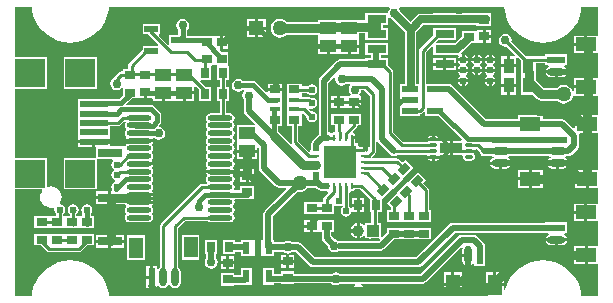
<source format=gtl>
%FSLAX24Y24*%
%MOIN*%
G70*
G01*
G75*
G04 Layer_Physical_Order=1*
G04 Layer_Color=255*
%ADD10R,0.0236X0.0433*%
%ADD11R,0.0925X0.0197*%
%ADD12R,0.0984X0.0925*%
%ADD13R,0.0709X0.0472*%
%ADD14R,0.0610X0.0236*%
%ADD15O,0.0610X0.0236*%
%ADD16R,0.1102X0.1102*%
%ADD17O,0.0256X0.0098*%
%ADD18O,0.0098X0.0256*%
%ADD19R,0.0354X0.0252*%
%ADD20R,0.0354X0.0161*%
%ADD21O,0.0236X0.0610*%
%ADD22R,0.0236X0.0610*%
%ADD23R,0.0472X0.0709*%
%ADD24O,0.0276X0.0118*%
%ADD25R,0.0748X0.0354*%
%ADD26O,0.0827X0.0177*%
%ADD27R,0.0571X0.0217*%
%ADD28R,0.0571X0.0217*%
%ADD29R,0.0630X0.0276*%
%ADD30R,0.0374X0.0512*%
%ADD31R,0.0354X0.0276*%
%ADD32R,0.0276X0.0354*%
G04:AMPARAMS|DCode=33|XSize=35.4mil|YSize=27.6mil|CornerRadius=0mil|HoleSize=0mil|Usage=FLASHONLY|Rotation=225.000|XOffset=0mil|YOffset=0mil|HoleType=Round|Shape=Rectangle|*
%AMROTATEDRECTD33*
4,1,4,0.0028,0.0223,0.0223,0.0028,-0.0028,-0.0223,-0.0223,-0.0028,0.0028,0.0223,0.0*
%
%ADD33ROTATEDRECTD33*%

%ADD34R,0.0551X0.0433*%
%ADD35R,0.0453X0.0236*%
%ADD36R,0.0335X0.0315*%
%ADD37C,0.0250*%
%ADD38C,0.0100*%
%ADD39C,0.0200*%
%ADD40C,0.0150*%
%ADD41C,0.0300*%
%ADD42R,0.0500X0.0500*%
%ADD43C,0.0500*%
%ADD44R,0.0787X0.0315*%
%ADD45R,0.0394X0.0394*%
%ADD46C,0.0394*%
%ADD47C,0.0240*%
%ADD48C,0.0260*%
%ADD49C,0.0300*%
G36*
X43561Y35405D02*
X43561D01*
X43560D01*
X43526Y35405D01*
X43526Y35405D01*
Y35405D01*
X43195D01*
Y35109D01*
Y34812D01*
X43526D01*
X43526Y34812D01*
Y34812D01*
X43560Y34812D01*
X43561Y34811D01*
Y33997D01*
X43205D01*
Y33701D01*
Y33405D01*
X43561D01*
Y32742D01*
X43235D01*
Y32446D01*
Y32149D01*
X43561D01*
Y30931D01*
X43244D01*
Y30634D01*
Y30338D01*
X43561D01*
Y29805D01*
X43561D01*
X43560D01*
X43526Y29805D01*
X43526Y29805D01*
Y29805D01*
X43195D01*
Y29509D01*
Y29212D01*
X43526D01*
X43526Y29212D01*
Y29212D01*
X43560Y29212D01*
X43561Y29211D01*
Y28397D01*
X43205D01*
Y28101D01*
Y27805D01*
X43561D01*
Y26730D01*
X42996D01*
X42989Y26820D01*
X42942Y27018D01*
X42864Y27205D01*
X42758Y27379D01*
X42626Y27533D01*
X42471Y27665D01*
X42298Y27771D01*
X42110Y27849D01*
X41913Y27897D01*
X41710Y27913D01*
X41507Y27897D01*
X41310Y27849D01*
X41122Y27771D01*
X40949Y27665D01*
X40794Y27533D01*
X40662Y27379D01*
X40556Y27205D01*
X40478Y27018D01*
X40455Y26919D01*
X40405Y26925D01*
Y27055D01*
X39812D01*
Y26730D01*
X38997D01*
Y27045D01*
X38405D01*
Y26730D01*
X35742D01*
X35718Y26774D01*
X35748Y26818D01*
X35754Y26850D01*
X35346D01*
X35352Y26818D01*
X35382Y26774D01*
X35358Y26730D01*
X27246D01*
X27239Y26820D01*
X27192Y27018D01*
X27114Y27205D01*
X27008Y27379D01*
X26876Y27533D01*
X26721Y27665D01*
X26548Y27771D01*
X26360Y27849D01*
X26163Y27897D01*
X25960Y27913D01*
X25757Y27897D01*
X25560Y27849D01*
X25372Y27771D01*
X25199Y27665D01*
X25044Y27533D01*
X24912Y27379D01*
X24806Y27205D01*
X24728Y27018D01*
X24681Y26820D01*
X24674Y26730D01*
X24100D01*
Y30275D01*
X25001D01*
X25023Y30230D01*
X24999Y30199D01*
X24963Y30112D01*
X24951Y30020D01*
X24963Y29927D01*
X24999Y29841D01*
X25056Y29766D01*
X25130Y29709D01*
X25217Y29674D01*
X25309Y29661D01*
X25389Y29672D01*
X25414Y29646D01*
X25422Y29626D01*
X25416Y29600D01*
X25430Y29530D01*
X25470Y29470D01*
X25488Y29458D01*
Y29393D01*
X25263D01*
D01*
D01*
X25263Y29393D01*
X25237D01*
Y29393D01*
X24763D01*
Y28997D01*
X25237D01*
Y28997D01*
X25237D01*
X25237Y28997D01*
X25263D01*
Y28997D01*
X25727D01*
X25727Y28997D01*
Y28997D01*
X25737Y28997D01*
X25750D01*
X25763Y28997D01*
X25773Y28997D01*
X25773Y28997D01*
Y28997D01*
X26005D01*
X26007Y28996D01*
X26050Y28988D01*
X26093Y28996D01*
X26095Y28997D01*
X26227D01*
X26227Y28997D01*
Y28997D01*
X26237Y28997D01*
X26250D01*
X26263D01*
X26273Y28997D01*
X26273Y28997D01*
Y28997D01*
X26498D01*
X26500Y28997D01*
X26502Y28997D01*
X26737D01*
Y29393D01*
X26638D01*
Y29482D01*
X26670Y29530D01*
X26684Y29600D01*
X26670Y29670D01*
X26630Y29730D01*
X26570Y29770D01*
X26500Y29784D01*
X26430Y29770D01*
X26370Y29730D01*
X26330Y29670D01*
X26316Y29600D01*
X26330Y29530D01*
X26362Y29482D01*
Y29393D01*
X26273D01*
X26273Y29393D01*
Y29393D01*
X26263Y29393D01*
X26250D01*
X26237D01*
X26227Y29393D01*
X26227Y29393D01*
Y29393D01*
X26162D01*
Y29458D01*
X26180Y29470D01*
X26220Y29530D01*
X26234Y29600D01*
X26220Y29670D01*
X26180Y29730D01*
X26120Y29770D01*
X26050Y29784D01*
X25980Y29770D01*
X25920Y29730D01*
X25880Y29670D01*
X25866Y29600D01*
X25880Y29530D01*
X25920Y29470D01*
X25938Y29458D01*
Y29393D01*
X25773D01*
X25773Y29393D01*
Y29393D01*
X25763Y29393D01*
X25750D01*
X25737Y29393D01*
X25737D01*
X25727D01*
X25727D01*
D01*
X25712Y29393D01*
Y29458D01*
X25730Y29470D01*
X25770Y29530D01*
X25784Y29600D01*
X25770Y29670D01*
X25730Y29730D01*
X25670Y29770D01*
X25626Y29778D01*
X25608Y29825D01*
X25620Y29841D01*
X25656Y29927D01*
X25668Y30020D01*
X25656Y30112D01*
X25620Y30199D01*
X25563Y30273D01*
X25489Y30330D01*
X25402Y30366D01*
X25309Y30378D01*
X25217Y30366D01*
X25209Y30363D01*
X25167Y30390D01*
Y31320D01*
X24100D01*
Y33631D01*
X25167D01*
Y34676D01*
X24100D01*
Y36348D01*
X24674D01*
X24681Y36257D01*
X24728Y36060D01*
X24806Y35872D01*
X24912Y35699D01*
X25044Y35544D01*
X25199Y35412D01*
X25372Y35306D01*
X25560Y35228D01*
X25757Y35181D01*
X25960Y35165D01*
X26163Y35181D01*
X26360Y35228D01*
X26548Y35306D01*
X26721Y35412D01*
X26876Y35544D01*
X27008Y35699D01*
X27114Y35872D01*
X27192Y36060D01*
X27239Y36257D01*
X27246Y36348D01*
X36568D01*
X36599Y36301D01*
X36552Y36232D01*
X36536Y36150D01*
X36534Y36148D01*
X35793D01*
Y35914D01*
X35586D01*
Y35922D01*
X34914D01*
D01*
D01*
X34914Y35922D01*
X34886D01*
Y35922D01*
X34214D01*
Y35864D01*
X33170D01*
X33165Y35871D01*
X33100Y35921D01*
X33025Y35952D01*
X32944Y35963D01*
X32863Y35952D01*
X32787Y35921D01*
X32723Y35871D01*
X32673Y35806D01*
X32642Y35731D01*
X32631Y35650D01*
X32642Y35569D01*
X32673Y35494D01*
X32723Y35429D01*
X32787Y35379D01*
X32863Y35348D01*
X32944Y35337D01*
X33025Y35348D01*
X33100Y35379D01*
X33165Y35429D01*
X33170Y35436D01*
X34214D01*
Y35369D01*
X34214Y35369D01*
X34214Y35331D01*
X34214D01*
Y35105D01*
X34550D01*
Y35055D01*
X34600D01*
Y34778D01*
X34879D01*
X34879Y34778D01*
Y34778D01*
X34886Y34778D01*
X34900D01*
X34914D01*
X34921Y34778D01*
X34921Y34778D01*
Y34778D01*
X35200D01*
Y35055D01*
X35250D01*
Y35105D01*
X35586D01*
Y35331D01*
D01*
Y35331D01*
X35586Y35331D01*
Y35369D01*
X35586D01*
Y35486D01*
X35793D01*
Y35252D01*
X36543D01*
Y35648D01*
X36364D01*
Y35700D01*
Y35752D01*
X36543D01*
Y35996D01*
X36591Y36010D01*
X36599Y35999D01*
X36668Y35952D01*
X36684Y35949D01*
X37111Y35522D01*
Y33792D01*
X36931D01*
Y33456D01*
D01*
D01*
X36931Y33456D01*
X36931Y33418D01*
X36931D01*
Y33300D01*
X37277D01*
Y33200D01*
X36931D01*
Y33082D01*
X36931Y33082D01*
X36931Y33044D01*
X36931D01*
Y32708D01*
X37622D01*
Y32792D01*
X37643Y32796D01*
X37679Y32821D01*
X37732Y32873D01*
X37778Y32854D01*
Y32708D01*
X38248D01*
X39010Y31945D01*
X38996Y31897D01*
X38946Y31887D01*
X38700D01*
Y31650D01*
Y31413D01*
X39013D01*
X39044Y31374D01*
X39040Y31355D01*
X39050Y31308D01*
X39076Y31269D01*
X39115Y31243D01*
X39162Y31233D01*
X39319D01*
X39366Y31243D01*
X39405Y31269D01*
X39431Y31308D01*
X39441Y31355D01*
X39431Y31401D01*
X39405Y31441D01*
Y31466D01*
X39429Y31502D01*
X39241D01*
Y31602D01*
X39437D01*
X39491Y31638D01*
X39504D01*
X39588Y31554D01*
X39587Y31550D01*
X39599Y31488D01*
X39635Y31435D01*
X39688Y31399D01*
X39750Y31387D01*
X40022D01*
X40044Y31372D01*
X40064Y31368D01*
Y31318D01*
X40044Y31314D01*
X39985Y31275D01*
X39946Y31216D01*
X39942Y31196D01*
X40659D01*
X40655Y31216D01*
X40616Y31275D01*
X40557Y31314D01*
X40536Y31318D01*
Y31368D01*
X40557Y31372D01*
X40579Y31387D01*
X41922D01*
X41944Y31372D01*
X41964Y31368D01*
Y31318D01*
X41944Y31314D01*
X41885Y31275D01*
X41846Y31216D01*
X41842Y31196D01*
X42559D01*
X42555Y31216D01*
X42516Y31275D01*
X42457Y31314D01*
X42436Y31318D01*
Y31368D01*
X42457Y31372D01*
X42479Y31387D01*
X42550D01*
X42612Y31399D01*
X42665Y31435D01*
X42665Y31435D01*
X42665Y31435D01*
X42865Y31635D01*
X42901Y31688D01*
X42913Y31750D01*
X42913Y31750D01*
X42913Y31750D01*
Y31750D01*
Y32050D01*
X42901Y32111D01*
X42933Y32149D01*
X43135D01*
Y32396D01*
X42770D01*
Y32326D01*
X42724Y32307D01*
X42465Y32565D01*
X42412Y32601D01*
X42350Y32613D01*
X41699D01*
Y32742D01*
X40870D01*
Y32613D01*
X39818D01*
X38691Y33739D01*
X38638Y33775D01*
X38576Y33787D01*
X38469D01*
Y33792D01*
X37812D01*
Y34854D01*
X38011Y35052D01*
X38057Y35033D01*
Y34752D01*
X38807D01*
Y34761D01*
X38850D01*
X38891Y34770D01*
X38919Y34728D01*
X38880Y34670D01*
X38876Y34650D01*
X39000D01*
Y34794D01*
X38986Y34820D01*
X39299Y35132D01*
X39315Y35157D01*
X39487D01*
Y35157D01*
X39487D01*
X39487Y35157D01*
X39523D01*
Y35157D01*
X39700D01*
Y35374D01*
Y35592D01*
X39523D01*
Y35553D01*
X39487D01*
Y35553D01*
X39013D01*
Y35380D01*
X38781Y35148D01*
X38172D01*
X38153Y35194D01*
X38211Y35252D01*
X38807D01*
Y35648D01*
X38057D01*
Y35416D01*
X37621Y34979D01*
X37596Y34943D01*
X37588Y34900D01*
X37588Y34900D01*
Y33792D01*
X37489D01*
Y35522D01*
X37728Y35761D01*
X38057D01*
Y35752D01*
X38807D01*
Y35761D01*
X39013D01*
Y35747D01*
X39487D01*
Y35747D01*
X39487D01*
X39523Y35712D01*
Y35708D01*
X39977D01*
Y35893D01*
X39989Y35950D01*
X39977Y36007D01*
Y36143D01*
X39523D01*
D01*
D01*
X39523Y36143D01*
X39487D01*
Y36143D01*
X39013D01*
Y36139D01*
X38807D01*
Y36148D01*
X38057D01*
Y36139D01*
X37650D01*
X37578Y36124D01*
X37517Y36083D01*
X37300Y35867D01*
X36951Y36216D01*
X36948Y36232D01*
X36901Y36301D01*
X36932Y36348D01*
X40424D01*
X40431Y36257D01*
X40478Y36060D01*
X40556Y35872D01*
X40662Y35699D01*
X40794Y35544D01*
X40949Y35412D01*
X41122Y35306D01*
X41310Y35228D01*
X41507Y35181D01*
X41710Y35165D01*
X41913Y35181D01*
X42110Y35228D01*
X42298Y35306D01*
X42471Y35412D01*
X42626Y35544D01*
X42758Y35699D01*
X42864Y35872D01*
X42942Y36060D01*
X42989Y36257D01*
X42996Y36348D01*
X43561D01*
Y35405D01*
D02*
G37*
%LPC*%
G36*
X35505Y29987D02*
X35357D01*
Y29800D01*
X35505D01*
Y29987D01*
D02*
G37*
G36*
X27228Y29950D02*
X26824D01*
Y29783D01*
X27228D01*
Y29950D01*
D02*
G37*
G36*
X43095Y29805D02*
X42731D01*
Y29559D01*
X43095D01*
Y29805D01*
D02*
G37*
G36*
X41244Y30584D02*
X40880D01*
Y30338D01*
X41244D01*
Y30584D01*
D02*
G37*
G36*
X41709D02*
X41344D01*
Y30338D01*
X41709D01*
Y30584D01*
D02*
G37*
G36*
X35753Y29987D02*
X35605D01*
Y29800D01*
X35753D01*
Y29987D01*
D02*
G37*
G36*
X27228Y30217D02*
X26824D01*
Y30050D01*
X27228D01*
Y30217D01*
D02*
G37*
G36*
X33950Y29005D02*
X33763D01*
Y28857D01*
X33950D01*
Y29005D01*
D02*
G37*
G36*
X35500Y28850D02*
X35298D01*
X35300Y28833D01*
X35326Y28770D01*
X35367Y28717D01*
X35420Y28676D01*
X35483Y28650D01*
X35500Y28648D01*
Y28850D01*
D02*
G37*
G36*
X32039Y28599D02*
Y28599D01*
X32022Y28599D01*
X32013D01*
X32004D01*
X31987Y28599D01*
X31987Y28599D01*
Y28599D01*
X31648D01*
Y28513D01*
X31443D01*
Y28587D01*
X31047D01*
Y28113D01*
X31443D01*
Y28187D01*
X31648D01*
Y28046D01*
X31987D01*
X31987Y28046D01*
Y28046D01*
X32004Y28046D01*
X32013D01*
X32022D01*
X32039Y28046D01*
X32039Y28046D01*
Y28046D01*
X32150D01*
Y28322D01*
Y28599D01*
X32039D01*
X32039Y28599D01*
D02*
G37*
G36*
X35500Y29152D02*
X35483Y29150D01*
X35420Y29124D01*
X35367Y29083D01*
X35326Y29030D01*
X35300Y28967D01*
X35298Y28950D01*
X35500D01*
Y29152D01*
D02*
G37*
G36*
X35753Y29700D02*
X35605D01*
Y29513D01*
X35753D01*
Y29700D01*
D02*
G37*
G36*
X43095Y29459D02*
X42731D01*
Y29212D01*
X43095D01*
Y29459D01*
D02*
G37*
G36*
X33950Y29253D02*
X33763D01*
Y29105D01*
X33950D01*
Y29253D01*
D02*
G37*
G36*
X43144Y30584D02*
X42780D01*
Y30338D01*
X43144D01*
Y30584D01*
D02*
G37*
G36*
X40250Y31096D02*
X39942D01*
X39946Y31077D01*
X39985Y31018D01*
X40044Y30979D01*
X40113Y30965D01*
X40250D01*
Y31096D01*
D02*
G37*
G36*
X32077Y30943D02*
X31900D01*
Y30776D01*
X32077D01*
Y30943D01*
D02*
G37*
G36*
X31800D02*
X31623D01*
Y30776D01*
X31800D01*
Y30943D01*
D02*
G37*
G36*
X40659Y31096D02*
X40350D01*
Y30965D01*
X40487D01*
X40557Y30979D01*
X40616Y31018D01*
X40655Y31077D01*
X40659Y31096D01*
D02*
G37*
G36*
X38009Y31305D02*
X37871D01*
X37895Y31269D01*
X37934Y31243D01*
X37981Y31233D01*
X38009D01*
Y31305D01*
D02*
G37*
G36*
X42559Y31096D02*
X42250D01*
Y30965D01*
X42387D01*
X42457Y30979D01*
X42516Y31018D01*
X42555Y31077D01*
X42559Y31096D01*
D02*
G37*
G36*
X42150D02*
X41842D01*
X41846Y31077D01*
X41885Y31018D01*
X41944Y30979D01*
X42013Y30965D01*
X42150D01*
Y31096D01*
D02*
G37*
G36*
X32077Y30676D02*
X31900D01*
Y30508D01*
X32077D01*
Y30676D01*
D02*
G37*
G36*
X31800D02*
X31623D01*
Y30508D01*
X31800D01*
Y30676D01*
D02*
G37*
G36*
X31425Y30822D02*
X30492D01*
X30494Y30814D01*
X30526Y30765D01*
Y30723D01*
X30494Y30674D01*
X30482Y30616D01*
X30494Y30558D01*
X30521Y30516D01*
X30498Y30472D01*
X30360D01*
X30360Y30472D01*
X30317Y30464D01*
X30281Y30440D01*
X30281Y30440D01*
X28971Y29129D01*
X28946Y29093D01*
X28938Y29050D01*
X28938Y29050D01*
Y27670D01*
X28931Y27666D01*
X28892Y27607D01*
X28892D01*
X28844Y27621D01*
Y27716D01*
X28716D01*
Y27350D01*
Y26985D01*
X28844D01*
Y27079D01*
X28892Y27094D01*
X28892D01*
X28931Y27035D01*
X28990Y26996D01*
X29060Y26982D01*
X29129Y26996D01*
X29188Y27035D01*
X29228Y27094D01*
X29232Y27114D01*
X29282D01*
X29286Y27094D01*
X29325Y27035D01*
X29384Y26996D01*
X29454Y26982D01*
X29523Y26996D01*
X29582Y27035D01*
X29621Y27094D01*
X29635Y27163D01*
Y27537D01*
X29621Y27607D01*
X29582Y27666D01*
X29562Y27679D01*
Y29004D01*
X29783Y29224D01*
X30534D01*
X30575Y29197D01*
X30633Y29185D01*
X31283D01*
X31341Y29197D01*
X31390Y29229D01*
X31423Y29279D01*
X31435Y29337D01*
X31423Y29395D01*
X31390Y29444D01*
Y29485D01*
X31423Y29535D01*
X31435Y29593D01*
X31423Y29650D01*
X31390Y29700D01*
Y29741D01*
X31423Y29790D01*
X31435Y29848D01*
X31423Y29906D01*
X31412Y29923D01*
X31436Y29967D01*
X31623D01*
Y29957D01*
X32077D01*
Y30392D01*
X31623D01*
Y30242D01*
X31436D01*
X31412Y30286D01*
X31423Y30302D01*
X31435Y30360D01*
X31423Y30418D01*
X31390Y30467D01*
Y30509D01*
X31423Y30558D01*
X31435Y30616D01*
X31423Y30674D01*
X31390Y30723D01*
Y30765D01*
X31423Y30814D01*
X31425Y30822D01*
D02*
G37*
G36*
X37537Y30849D02*
X37212Y30524D01*
X37212Y30524D01*
Y30524D01*
X37201Y30513D01*
X37194Y30506D01*
X37187Y30499D01*
X37176Y30488D01*
X37176D01*
X37176Y30488D01*
X36862Y30174D01*
X36862Y30174D01*
Y30174D01*
X36851Y30163D01*
X36844Y30156D01*
X36837Y30149D01*
X36826Y30138D01*
X36826D01*
X36826Y30138D01*
X36501Y29813D01*
X36638Y29677D01*
Y29593D01*
X36513D01*
Y29197D01*
X36977D01*
X36977Y29197D01*
Y29197D01*
X36987Y29197D01*
X37000D01*
X37013D01*
X37023Y29197D01*
X37023Y29197D01*
Y29197D01*
X37477D01*
X37477Y29197D01*
Y29197D01*
X37487Y29197D01*
X37500D01*
X37513D01*
X37523Y29197D01*
X37523Y29197D01*
Y29197D01*
X37987D01*
Y29593D01*
X37912D01*
Y30250D01*
X37912Y30250D01*
X37904Y30293D01*
X37879Y30329D01*
X37728Y30481D01*
X37816Y30569D01*
X37537Y30849D01*
D02*
G37*
G36*
X43144Y30931D02*
X42780D01*
Y30684D01*
X43144D01*
Y30931D01*
D02*
G37*
G36*
X41709D02*
X41344D01*
Y30684D01*
X41709D01*
Y30931D01*
D02*
G37*
G36*
X41244D02*
X40880D01*
Y30684D01*
X41244D01*
Y30931D01*
D02*
G37*
G36*
X30853Y28587D02*
X30457D01*
Y28113D01*
X30492D01*
Y27991D01*
X30452Y27932D01*
X30436Y27850D01*
X30452Y27768D01*
X30499Y27699D01*
X30568Y27652D01*
X30650Y27636D01*
X30732Y27652D01*
X30801Y27699D01*
X30848Y27768D01*
X30864Y27850D01*
X30848Y27932D01*
X30818Y27977D01*
Y28113D01*
X30853D01*
Y28587D01*
D02*
G37*
G36*
X31427Y27776D02*
X31250D01*
Y27608D01*
X31427D01*
Y27776D01*
D02*
G37*
G36*
X31150D02*
X30973D01*
Y27608D01*
X31150D01*
Y27776D01*
D02*
G37*
G36*
X33150Y27826D02*
X32973D01*
Y27658D01*
X33150D01*
Y27826D01*
D02*
G37*
G36*
X39153Y28039D02*
X39022D01*
Y27902D01*
X39035Y27832D01*
X39075Y27774D01*
X39134Y27734D01*
X39153Y27730D01*
Y28039D01*
D02*
G37*
G36*
X39400Y28763D02*
X39000D01*
X38938Y28751D01*
X38885Y28715D01*
X37632Y27463D01*
X34934D01*
X34882Y27498D01*
X34800Y27514D01*
X34718Y27498D01*
X34673Y27468D01*
X33427D01*
Y27542D01*
X32973D01*
Y27468D01*
X32752D01*
Y27654D01*
X32396D01*
Y27101D01*
X32752D01*
Y27142D01*
X32973D01*
Y27107D01*
X33427D01*
Y27142D01*
X34659D01*
X34718Y27102D01*
X34800Y27086D01*
X34882Y27102D01*
X34934Y27137D01*
X35440D01*
X35455Y27089D01*
X35399Y27051D01*
X35352Y26982D01*
X35346Y26950D01*
X35754D01*
X35748Y26982D01*
X35701Y27051D01*
X35645Y27089D01*
X35660Y27137D01*
X37700D01*
X37762Y27149D01*
X37815Y27185D01*
X37815Y27185D01*
X37815Y27185D01*
X38989Y28358D01*
X39033Y28335D01*
X39022Y28276D01*
Y28139D01*
X39203D01*
Y28089D01*
X39253D01*
Y27730D01*
X39273Y27734D01*
X39332Y27774D01*
X39364Y27822D01*
X39412Y27809D01*
X39419Y27724D01*
Y27724D01*
X39775D01*
Y28454D01*
X39752D01*
X39751Y28462D01*
X39715Y28515D01*
X39515Y28715D01*
X39462Y28751D01*
X39400Y28763D01*
D02*
G37*
G36*
X33427Y27826D02*
X33250D01*
Y27658D01*
X33427D01*
Y27826D01*
D02*
G37*
G36*
X38997Y27509D02*
X38751D01*
Y27145D01*
X38997D01*
Y27509D01*
D02*
G37*
G36*
X38651D02*
X38405D01*
Y27145D01*
X38651D01*
Y27509D01*
D02*
G37*
G36*
X28616Y27300D02*
X28488D01*
Y26985D01*
X28616D01*
Y27300D01*
D02*
G37*
G36*
X40059Y27519D02*
X39812D01*
Y27155D01*
X40059D01*
Y27519D01*
D02*
G37*
G36*
X32004Y27654D02*
X31648D01*
Y27418D01*
X31427D01*
Y27492D01*
X30973D01*
Y27057D01*
X31427D01*
Y27092D01*
X31795D01*
X31843Y27101D01*
X32004D01*
Y27654D01*
D02*
G37*
G36*
X28616Y27716D02*
X28488D01*
Y27400D01*
X28616D01*
Y27716D01*
D02*
G37*
G36*
X40405Y27519D02*
X40159D01*
Y27155D01*
X40405D01*
Y27519D01*
D02*
G37*
G36*
X43105Y28051D02*
X42741D01*
Y27805D01*
X43105D01*
Y28051D01*
D02*
G37*
G36*
X27732Y28493D02*
X27328D01*
Y28326D01*
X27732D01*
Y28493D01*
D02*
G37*
G36*
X27228D02*
X26824D01*
Y28326D01*
X27228D01*
Y28493D01*
D02*
G37*
G36*
X25237Y28803D02*
Y28803D01*
X24763D01*
Y28407D01*
X24984D01*
X25171Y28221D01*
X25207Y28196D01*
X25250Y28188D01*
X25250Y28188D01*
X26250D01*
X26250Y28188D01*
X26293Y28196D01*
X26329Y28221D01*
X26516Y28407D01*
X26737D01*
Y28803D01*
X26263D01*
D01*
D01*
X26263Y28803D01*
X26237D01*
Y28803D01*
X25763D01*
Y28803D01*
X25743Y28803D01*
X25737Y28803D01*
Y28803D01*
X25737D01*
X25737D01*
X25263D01*
D01*
D01*
X25263Y28803D01*
X25237D01*
D02*
G37*
G36*
X42111Y28553D02*
X41802D01*
X41806Y28534D01*
X41846Y28475D01*
X41905Y28435D01*
X41974Y28422D01*
X42111D01*
Y28553D01*
D02*
G37*
G36*
X27732Y28761D02*
X27328D01*
Y28593D01*
X27732D01*
Y28761D01*
D02*
G37*
G36*
X27228D02*
X26824D01*
Y28593D01*
X27228D01*
Y28761D01*
D02*
G37*
G36*
X42520Y28553D02*
X42211D01*
Y28422D01*
X42348D01*
X42418Y28435D01*
X42476Y28475D01*
X42516Y28534D01*
X42520Y28553D01*
D02*
G37*
G36*
X28451Y28749D02*
X27858D01*
Y27920D01*
X28451D01*
Y28749D01*
D02*
G37*
G36*
X31427Y28043D02*
X31250D01*
Y27876D01*
X31427D01*
Y28043D01*
D02*
G37*
G36*
X31150D02*
X30973D01*
Y27876D01*
X31150D01*
Y28043D01*
D02*
G37*
G36*
X33150Y28093D02*
X32973D01*
Y27926D01*
X33150D01*
Y28093D01*
D02*
G37*
G36*
X43105Y28397D02*
X42741D01*
Y28151D01*
X43105D01*
Y28397D01*
D02*
G37*
G36*
X30262Y28759D02*
X29669D01*
Y27930D01*
X30262D01*
Y28759D01*
D02*
G37*
G36*
X33427Y28093D02*
X33250D01*
Y27926D01*
X33427D01*
Y28093D01*
D02*
G37*
G36*
X38382Y34648D02*
X38057D01*
Y34500D01*
X38382D01*
Y34648D01*
D02*
G37*
G36*
X40525Y34716D02*
X40328D01*
Y34450D01*
X40525D01*
Y34716D01*
D02*
G37*
G36*
X40124Y34550D02*
X39776D01*
X39780Y34530D01*
X39820Y34470D01*
X39850Y34450D01*
Y34400D01*
X39820Y34380D01*
X39780Y34320D01*
X39776Y34300D01*
X40124D01*
X40120Y34320D01*
X40080Y34380D01*
X40050Y34400D01*
Y34450D01*
X40080Y34470D01*
X40120Y34530D01*
X40124Y34550D01*
D02*
G37*
G36*
X38807Y34648D02*
X38482D01*
Y34500D01*
X38807D01*
Y34648D01*
D02*
G37*
G36*
X39550Y34774D02*
Y34650D01*
X39674D01*
X39670Y34670D01*
X39630Y34730D01*
X39570Y34770D01*
X39550Y34774D01*
D02*
G37*
G36*
X39450D02*
X39430Y34770D01*
X39370Y34730D01*
X39330Y34670D01*
X39326Y34650D01*
X39450D01*
Y34774D01*
D02*
G37*
G36*
X39100D02*
Y34650D01*
X39224D01*
X39220Y34670D01*
X39180Y34730D01*
X39120Y34770D01*
X39100Y34774D01*
D02*
G37*
G36*
X38382Y34400D02*
X38057D01*
Y34252D01*
X38382D01*
Y34400D01*
D02*
G37*
G36*
X39674Y34200D02*
X39550D01*
Y34076D01*
X39570Y34080D01*
X39630Y34120D01*
X39670Y34180D01*
X39674Y34200D01*
D02*
G37*
G36*
X39450D02*
X39326D01*
X39330Y34180D01*
X39370Y34120D01*
X39430Y34080D01*
X39450Y34076D01*
Y34200D01*
D02*
G37*
G36*
X38807Y34400D02*
X38482D01*
Y34252D01*
X38807D01*
Y34400D01*
D02*
G37*
G36*
X39674Y34550D02*
X39326D01*
X39330Y34530D01*
X39370Y34470D01*
X39400Y34450D01*
Y34400D01*
X39370Y34380D01*
X39330Y34320D01*
X39326Y34300D01*
X39674D01*
X39670Y34320D01*
X39630Y34380D01*
X39599Y34400D01*
Y34450D01*
X39630Y34470D01*
X39670Y34530D01*
X39674Y34550D01*
D02*
G37*
G36*
X39224D02*
X38876D01*
X38880Y34530D01*
X38920Y34470D01*
X38951Y34450D01*
Y34400D01*
X38920Y34380D01*
X38880Y34320D01*
X38876Y34300D01*
X39224D01*
X39220Y34320D01*
X39180Y34380D01*
X39149Y34400D01*
Y34450D01*
X39180Y34470D01*
X39220Y34530D01*
X39224Y34550D01*
D02*
G37*
G36*
X40450Y35464D02*
X40368Y35448D01*
X40299Y35401D01*
X40252Y35332D01*
X40236Y35250D01*
X40252Y35168D01*
X40299Y35099D01*
X40368Y35052D01*
X40450Y35036D01*
X40496Y35045D01*
X40779Y34762D01*
X40760Y34716D01*
X40625D01*
Y34450D01*
X40822D01*
Y34654D01*
X40868Y34673D01*
X40978Y34564D01*
Y34084D01*
X40978Y34084D01*
X40978Y34066D01*
X40978D01*
Y33434D01*
X41363D01*
X41499Y33299D01*
X41568Y33252D01*
X41650Y33236D01*
X42174D01*
X42179Y33229D01*
X42244Y33179D01*
X42319Y33148D01*
X42400Y33137D01*
X42481Y33148D01*
X42556Y33179D01*
X42621Y33229D01*
X42671Y33294D01*
X42702Y33369D01*
X42707Y33405D01*
X42741D01*
X42741D01*
X42745Y33405D01*
X42745Y33405D01*
X42745Y33405D01*
X43105D01*
Y33651D01*
X42741D01*
Y33565D01*
X42692Y33556D01*
X42671Y33606D01*
X42621Y33671D01*
X42556Y33721D01*
X42481Y33752D01*
X42400Y33763D01*
X42319Y33752D01*
X42244Y33721D01*
X42179Y33671D01*
X42174Y33664D01*
X41739D01*
X41472Y33931D01*
Y34066D01*
D01*
Y34066D01*
X41472Y34066D01*
Y34084D01*
X41472D01*
Y34485D01*
X41796D01*
Y34419D01*
X41890D01*
X41905Y34371D01*
X41846Y34332D01*
X41806Y34273D01*
X41802Y34253D01*
X42520D01*
X42516Y34273D01*
X42476Y34332D01*
X42418Y34371D01*
D01*
D01*
X42432Y34419D01*
X42526D01*
Y34775D01*
X41796D01*
Y34709D01*
X41472D01*
Y34716D01*
X41143D01*
X40655Y35204D01*
X40664Y35250D01*
X40648Y35332D01*
X40601Y35401D01*
X40532Y35448D01*
X40450Y35464D01*
D02*
G37*
G36*
X39900Y34774D02*
X39880Y34770D01*
X39820Y34730D01*
X39780Y34670D01*
X39776Y34650D01*
X39900D01*
Y34774D01*
D02*
G37*
G36*
X32106Y35600D02*
X31846D01*
Y35340D01*
X32106D01*
Y35600D01*
D02*
G37*
G36*
X31227Y35393D02*
X31050D01*
Y35226D01*
X31227D01*
Y35393D01*
D02*
G37*
G36*
X43095Y35405D02*
X42731D01*
Y35159D01*
X43095D01*
Y35405D01*
D02*
G37*
G36*
X32466Y35600D02*
X32206D01*
Y35340D01*
X32466D01*
Y35600D01*
D02*
G37*
G36*
Y35960D02*
X32206D01*
Y35700D01*
X32466D01*
Y35960D01*
D02*
G37*
G36*
X32106D02*
X31846D01*
Y35700D01*
X32106D01*
Y35960D01*
D02*
G37*
G36*
X39977Y35592D02*
X39800D01*
Y35424D01*
X39977D01*
Y35592D01*
D02*
G37*
G36*
X35586Y35005D02*
X35300D01*
Y34778D01*
X35586D01*
Y35005D01*
D02*
G37*
G36*
X34500D02*
X34214D01*
Y34778D01*
X34500D01*
Y35005D01*
D02*
G37*
G36*
X40000Y34774D02*
Y34650D01*
X40124D01*
X40120Y34670D01*
X40080Y34730D01*
X40020Y34770D01*
X40000Y34774D01*
D02*
G37*
G36*
X43095Y35059D02*
X42731D01*
Y34812D01*
X43095D01*
Y35059D01*
D02*
G37*
G36*
X39977Y35324D02*
X39800D01*
Y35157D01*
X39977D01*
Y35324D01*
D02*
G37*
G36*
X29700Y35964D02*
X29618Y35948D01*
X29549Y35901D01*
X29502Y35832D01*
X29486Y35750D01*
X29502Y35668D01*
X29549Y35599D01*
X29562Y35589D01*
Y35428D01*
X29257D01*
Y35117D01*
X29210Y35098D01*
X28909Y35400D01*
X28928Y35446D01*
X28943D01*
Y35802D01*
X28371D01*
Y35446D01*
X28545D01*
X28891Y35100D01*
X28872Y35054D01*
X28371D01*
Y34929D01*
X28371Y34929D01*
X28371Y34929D01*
X27921Y34479D01*
X27896Y34443D01*
X27888Y34400D01*
X27888Y34400D01*
Y34293D01*
X27713D01*
Y34207D01*
X27645D01*
X27645Y34207D01*
X27602Y34199D01*
X27566Y34175D01*
X27566Y34175D01*
X27421Y34029D01*
X27396Y33993D01*
X27394Y33982D01*
X27349Y33951D01*
X27302Y33882D01*
X27286Y33800D01*
X27302Y33718D01*
X27349Y33649D01*
X27418Y33602D01*
X27500Y33586D01*
X27582Y33602D01*
X27651Y33649D01*
X27665Y33669D01*
X27713Y33654D01*
Y33407D01*
X27603Y33298D01*
X26781D01*
X26728Y33287D01*
X26715Y33279D01*
X26218D01*
Y32962D01*
Y32647D01*
Y32332D01*
Y32017D01*
Y31910D01*
X27264D01*
Y32017D01*
Y32332D01*
Y32388D01*
X27550D01*
X27550Y32388D01*
X27593Y32396D01*
X27629Y32421D01*
X27744Y32536D01*
X27794Y32528D01*
X27805Y32507D01*
X27777Y32465D01*
X27765Y32407D01*
X27777Y32350D01*
X27810Y32300D01*
Y32259D01*
X27777Y32210D01*
X27765Y32152D01*
X27777Y32094D01*
X27810Y32044D01*
Y32003D01*
X27777Y31954D01*
X27775Y31946D01*
X28708D01*
X28707Y31954D01*
X28696Y31970D01*
X28703Y31984D01*
X28752Y31996D01*
X28818Y31952D01*
X28900Y31936D01*
X28982Y31952D01*
X29051Y31999D01*
X29098Y32068D01*
X29114Y32150D01*
X29098Y32232D01*
X29051Y32301D01*
X28982Y32348D01*
X28918Y32361D01*
X28903Y32408D01*
X28947Y32453D01*
X28977Y32497D01*
X28988Y32550D01*
Y32750D01*
X28988Y32750D01*
X28977Y32803D01*
X28947Y32847D01*
X28747Y33047D01*
X28703Y33077D01*
X28650Y33088D01*
X27848D01*
X27829Y33134D01*
X28002Y33307D01*
X28187D01*
Y33307D01*
X28187D01*
X28187Y33307D01*
X28223Y33307D01*
Y33307D01*
X28400D01*
Y33524D01*
X28500D01*
Y33307D01*
X28677D01*
Y33307D01*
X28679D01*
X28714Y33272D01*
Y33228D01*
X29000D01*
Y33505D01*
X29100D01*
Y33228D01*
X29379D01*
X29379Y33228D01*
Y33228D01*
X29386Y33228D01*
X29400D01*
X29414D01*
X29421Y33228D01*
X29421Y33228D01*
Y33228D01*
X29700D01*
Y33505D01*
X29750D01*
Y33555D01*
X30086D01*
Y33690D01*
X30132Y33710D01*
X30257Y33584D01*
Y33213D01*
X30653D01*
Y33687D01*
X30471D01*
X30292Y33867D01*
X30311Y33913D01*
X30653D01*
Y34387D01*
D01*
Y34387D01*
X30672Y34407D01*
X30727D01*
Y34407D01*
X30727D01*
X30727Y34407D01*
X30773Y34407D01*
Y34407D01*
X30847D01*
Y34407D01*
Y34387D01*
X30847Y34372D01*
X30847Y34372D01*
X30847D01*
Y33913D01*
X30938D01*
Y33687D01*
X30847D01*
Y33213D01*
X30938D01*
Y32815D01*
X30633D01*
X30575Y32803D01*
X30526Y32771D01*
X30494Y32721D01*
X30482Y32663D01*
X30494Y32605D01*
X30526Y32556D01*
Y32515D01*
X30494Y32465D01*
X30482Y32407D01*
X30494Y32350D01*
X30526Y32300D01*
Y32259D01*
X30494Y32210D01*
X30482Y32152D01*
X30494Y32094D01*
X30526Y32044D01*
Y32003D01*
X30494Y31954D01*
X30482Y31896D01*
X30494Y31838D01*
X30526Y31789D01*
Y31747D01*
X30494Y31698D01*
X30482Y31640D01*
X30494Y31582D01*
X30526Y31533D01*
Y31491D01*
X30494Y31442D01*
X30482Y31384D01*
X30494Y31326D01*
X30526Y31277D01*
Y31235D01*
X30494Y31186D01*
X30482Y31128D01*
X30494Y31070D01*
X30526Y31021D01*
Y30979D01*
X30494Y30930D01*
X30492Y30922D01*
X31425D01*
X31423Y30930D01*
X31390Y30979D01*
Y31021D01*
X31423Y31070D01*
X31435Y31128D01*
X31423Y31186D01*
X31390Y31235D01*
Y31277D01*
X31423Y31326D01*
X31435Y31384D01*
X31423Y31442D01*
X31390Y31491D01*
Y31533D01*
X31423Y31582D01*
X31435Y31640D01*
X31423Y31698D01*
X31390Y31747D01*
Y31789D01*
X31423Y31838D01*
X31435Y31896D01*
X31423Y31954D01*
X31390Y32003D01*
Y32044D01*
X31423Y32094D01*
X31435Y32152D01*
X31423Y32210D01*
X31390Y32259D01*
Y32300D01*
X31423Y32350D01*
X31435Y32407D01*
X31423Y32465D01*
X31390Y32515D01*
Y32556D01*
X31423Y32605D01*
X31435Y32663D01*
X31423Y32721D01*
X31390Y32771D01*
X31341Y32803D01*
X31283Y32815D01*
X31162D01*
Y33213D01*
X31243D01*
Y33687D01*
X31162D01*
Y33913D01*
X31243D01*
Y34372D01*
X31243Y34372D01*
D01*
D01*
X31243Y34372D01*
X31243Y34387D01*
X31233Y34399D01*
Y34399D01*
X31227Y34407D01*
X31227Y34423D01*
X31227Y34423D01*
X31227D01*
Y34842D01*
X31003D01*
X30933Y34912D01*
X30950Y34954D01*
Y35176D01*
Y35393D01*
X30773D01*
D01*
D01*
X30773Y35393D01*
X30727Y35393D01*
Y35393D01*
X30273D01*
Y35388D01*
X29838D01*
Y35589D01*
X29851Y35599D01*
X29898Y35668D01*
X29914Y35750D01*
X29898Y35832D01*
X29851Y35901D01*
X29782Y35948D01*
X29700Y35964D01*
D02*
G37*
G36*
X31227Y35126D02*
X31050D01*
Y34958D01*
X31227D01*
Y35126D01*
D02*
G37*
G36*
X30086Y33455D02*
X29800D01*
Y33228D01*
X30086D01*
Y33455D01*
D02*
G37*
G36*
X43135Y32742D02*
X42770D01*
Y32496D01*
X43135D01*
Y32742D01*
D02*
G37*
G36*
X38138Y32067D02*
X38109D01*
Y31995D01*
X38248D01*
X38224Y32031D01*
X38185Y32057D01*
X38138Y32067D01*
D02*
G37*
G36*
X40822Y33700D02*
X40625D01*
Y33434D01*
X40822D01*
Y33700D01*
D02*
G37*
G36*
X40525D02*
X40328D01*
Y33434D01*
X40525D01*
Y33700D01*
D02*
G37*
G36*
X36543Y35148D02*
X35793D01*
Y34752D01*
X35987D01*
Y34648D01*
X35793D01*
Y34613D01*
X34950D01*
X34888Y34601D01*
X34835Y34565D01*
X34285Y34015D01*
X34249Y33962D01*
X34237Y33900D01*
Y32116D01*
X34232Y32113D01*
X34035Y31915D01*
X33999Y31862D01*
X33987Y31800D01*
Y31660D01*
X33971Y31636D01*
X33963Y31594D01*
X33970Y31556D01*
X33926Y31533D01*
X33562Y31896D01*
Y32396D01*
X33666D01*
Y32766D01*
X33666Y32766D01*
D01*
D01*
X33666Y32768D01*
Y32776D01*
Y32785D01*
Y32790D01*
Y32802D01*
X33666Y32803D01*
X33666Y32804D01*
X33712Y32829D01*
X33712Y32829D01*
X33821Y32721D01*
X33816Y32700D01*
X33830Y32630D01*
X33870Y32570D01*
X33930Y32530D01*
X34000Y32516D01*
X34070Y32530D01*
X34130Y32570D01*
X34170Y32630D01*
X34184Y32700D01*
X34170Y32770D01*
X34130Y32830D01*
X34070Y32870D01*
X34000Y32884D01*
X33979Y32879D01*
X33926Y32932D01*
X33950Y32976D01*
X34000Y32966D01*
X34070Y32980D01*
X34130Y33020D01*
X34170Y33080D01*
X34184Y33150D01*
X34170Y33220D01*
X34130Y33280D01*
X34070Y33320D01*
X34000Y33334D01*
X33979Y33329D01*
X33943Y33354D01*
X33900Y33362D01*
X33900Y33362D01*
X33701D01*
X33666Y33398D01*
Y33398D01*
Y33406D01*
Y33415D01*
Y33420D01*
Y33432D01*
X33666Y33433D01*
X33666Y33434D01*
X33666Y33434D01*
X33666D01*
Y33488D01*
X33858D01*
X33870Y33470D01*
X33930Y33430D01*
X34000Y33416D01*
X34070Y33430D01*
X34130Y33470D01*
X34170Y33530D01*
X34184Y33600D01*
X34170Y33670D01*
X34130Y33730D01*
X34070Y33770D01*
X34000Y33784D01*
X33930Y33770D01*
X33870Y33730D01*
X33858Y33712D01*
X33666D01*
Y33804D01*
X33192D01*
Y33434D01*
X33192Y33434D01*
X33192D01*
X33192Y33432D01*
Y33415D01*
Y33398D01*
X33192Y33396D01*
X33192Y33396D01*
X33192D01*
Y33119D01*
X33192Y33119D01*
X33192D01*
X33192Y33117D01*
Y33100D01*
Y33083D01*
X33192Y33081D01*
X33192Y33081D01*
X33192D01*
Y32804D01*
X33192Y32804D01*
X33192D01*
X33192Y32802D01*
Y32785D01*
Y32768D01*
X33192Y32766D01*
X33192Y32766D01*
X33192D01*
Y32396D01*
X33338D01*
Y31850D01*
X33338Y31850D01*
X33342Y31828D01*
X33298Y31805D01*
X32901Y32201D01*
X32888Y32211D01*
Y32396D01*
X33008D01*
Y32768D01*
D01*
Y32768D01*
X33008Y32768D01*
Y32802D01*
X33008D01*
Y33083D01*
D01*
Y33083D01*
X33008Y33083D01*
Y33117D01*
X33008D01*
Y33398D01*
D01*
Y33398D01*
X33008Y33398D01*
Y33432D01*
X33008D01*
Y33568D01*
X32534D01*
Y33526D01*
X32488Y33507D01*
X32147Y33847D01*
X32103Y33877D01*
X32050Y33888D01*
X31711D01*
X31701Y33901D01*
X31632Y33948D01*
X31550Y33964D01*
X31468Y33948D01*
X31399Y33901D01*
X31352Y33832D01*
X31336Y33750D01*
X31352Y33668D01*
X31399Y33599D01*
X31468Y33552D01*
X31550Y33536D01*
X31632Y33552D01*
X31701Y33599D01*
X31708Y33608D01*
X31757Y33601D01*
X31768Y33565D01*
X31749Y33551D01*
X31702Y33482D01*
X31686Y33400D01*
X31702Y33318D01*
X31737Y33266D01*
Y32900D01*
X31749Y32838D01*
X31785Y32785D01*
X32101Y32468D01*
X32082Y32422D01*
X31514D01*
Y31869D01*
X31514Y31869D01*
X31514Y31831D01*
X31514D01*
Y31605D01*
X32186D01*
Y31668D01*
X32195Y31672D01*
X32237Y31645D01*
Y31000D01*
X32237Y31000D01*
X32237D01*
X32249Y30938D01*
X32285Y30885D01*
X32785Y30385D01*
X32838Y30349D01*
X32900Y30337D01*
X33141D01*
X33160Y30291D01*
X32435Y29565D01*
X32399Y29512D01*
X32387Y29450D01*
Y28599D01*
X32387D01*
X32378D01*
X32352Y28599D01*
X32352Y28599D01*
Y28599D01*
X32250D01*
Y28322D01*
Y28046D01*
X32361D01*
X32361Y28046D01*
Y28046D01*
X32378Y28046D01*
X32387D01*
X32396D01*
X32413Y28046D01*
X32413Y28046D01*
Y28046D01*
X32752D01*
Y28187D01*
X33066D01*
X33118Y28152D01*
X33165Y28143D01*
X33165Y28143D01*
X33200Y28136D01*
X33235Y28143D01*
X33235Y28143D01*
X33282Y28152D01*
X33334Y28187D01*
X33482D01*
X33935Y27735D01*
X33935D01*
X33935Y27735D01*
X33935Y27735D01*
Y27735D01*
X33988Y27699D01*
X34050Y27687D01*
X37550D01*
X37612Y27699D01*
X37665Y27735D01*
X38768Y28837D01*
X41796D01*
Y28819D01*
X41890D01*
X41905Y28771D01*
X41846Y28732D01*
X41806Y28673D01*
X41802Y28653D01*
X42520D01*
X42516Y28673D01*
X42476Y28732D01*
X42418Y28771D01*
D01*
D01*
X42432Y28819D01*
X42526D01*
Y29175D01*
X41796D01*
Y29163D01*
X38700D01*
X38638Y29151D01*
X38585Y29115D01*
X37482Y28013D01*
X34118D01*
X33665Y28465D01*
X33612Y28501D01*
X33550Y28513D01*
X33334D01*
X33282Y28548D01*
X33200Y28564D01*
X33118Y28548D01*
X33066Y28513D01*
X32752D01*
Y28599D01*
X32713D01*
Y29382D01*
X33528Y30197D01*
X33600Y30187D01*
X33681Y30198D01*
X33756Y30229D01*
X33821Y30279D01*
X33866Y30337D01*
X34106D01*
X34128Y30341D01*
X34185Y30285D01*
X34238Y30249D01*
X34300Y30237D01*
X34490D01*
X34514Y30221D01*
X34520Y30220D01*
X34553Y30187D01*
X34559Y30167D01*
X34421Y30029D01*
X34396Y29992D01*
X34388Y29950D01*
X34388Y29950D01*
Y29843D01*
X34263D01*
D01*
D01*
X34263Y29843D01*
X34237D01*
Y29843D01*
X33763D01*
Y29447D01*
X34237D01*
Y29447D01*
X34237D01*
X34237Y29447D01*
X34263D01*
Y29447D01*
X34737D01*
Y29739D01*
X34781Y29763D01*
X34830Y29730D01*
X34900Y29716D01*
X34970Y29730D01*
X34991Y29744D01*
X35035Y29720D01*
X35035Y29720D01*
X35020Y29680D01*
X35020D01*
X34980Y29620D01*
X34966Y29550D01*
X34980Y29480D01*
X35020Y29420D01*
X35080Y29380D01*
X35150Y29366D01*
X35220Y29380D01*
X35280Y29420D01*
X35320Y29480D01*
X35326Y29513D01*
X35357D01*
X35357D01*
X35505Y29513D01*
Y29700D01*
X35357D01*
Y29650D01*
X35309Y29636D01*
X35280Y29680D01*
X35259Y29694D01*
Y30158D01*
X35301Y30221D01*
X35344Y30213D01*
X35386Y30221D01*
X35422Y30245D01*
X35447Y30281D01*
X35448Y30291D01*
X35601D01*
X35947Y29944D01*
Y29513D01*
X35988D01*
Y29157D01*
X35793D01*
Y29083D01*
X35746Y29067D01*
X35733Y29083D01*
X35680Y29124D01*
X35617Y29150D01*
X35600Y29152D01*
Y28900D01*
Y28648D01*
X35617Y28650D01*
X35680Y28676D01*
X35733Y28717D01*
X35746Y28733D01*
X35793Y28717D01*
Y28643D01*
X35923D01*
X35950Y28638D01*
X35977Y28643D01*
X36247D01*
X36266Y28597D01*
X36232Y28563D01*
X34900D01*
X34888Y28561D01*
X34832Y28598D01*
X34771Y28610D01*
X34663Y28718D01*
Y28857D01*
X34737D01*
Y29253D01*
X34273D01*
X34273Y29253D01*
Y29253D01*
X34263Y29253D01*
X34250D01*
X34237D01*
X34227Y29253D01*
X34227Y29253D01*
Y29253D01*
X34050D01*
Y29055D01*
Y28857D01*
X34227D01*
X34227Y28857D01*
Y28857D01*
X34237Y28857D01*
X34250D01*
X34263D01*
X34273Y28857D01*
X34273Y28857D01*
Y28857D01*
X34337D01*
Y28650D01*
X34337Y28650D01*
X34337D01*
X34349Y28588D01*
X34385Y28535D01*
X34540Y28379D01*
X34552Y28318D01*
X34599Y28249D01*
X34668Y28202D01*
X34750Y28186D01*
X34832Y28202D01*
X34888Y28239D01*
X34900Y28237D01*
X36300D01*
X36362Y28249D01*
X36415Y28285D01*
X36738Y28607D01*
X36987D01*
Y28607D01*
X36987D01*
X36987Y28607D01*
X37013D01*
Y28607D01*
X37487D01*
Y28607D01*
X37487D01*
X37487Y28607D01*
X37513D01*
Y28607D01*
X37987D01*
Y29003D01*
X37513D01*
D01*
D01*
X37513Y29003D01*
X37487D01*
Y29003D01*
X37013D01*
D01*
D01*
X37013Y29003D01*
X36987D01*
Y29003D01*
X36513D01*
Y28844D01*
X36353Y28684D01*
X36307Y28703D01*
Y29157D01*
X36212D01*
Y29513D01*
X36343D01*
Y29943D01*
X36363Y29951D01*
X36363Y29951D01*
X36363Y29951D01*
X36699Y30287D01*
Y30287D01*
X36713Y30301D01*
X36713Y30301D01*
X36713Y30301D01*
X37049Y30637D01*
Y30637D01*
X37063Y30651D01*
X37063Y30651D01*
X37063Y30651D01*
X37399Y30987D01*
X37119Y31266D01*
X37056Y31203D01*
X37006D01*
X36929Y31279D01*
X36893Y31304D01*
X36850Y31312D01*
X36850Y31312D01*
X36036D01*
X36017Y31358D01*
X36129Y31471D01*
X36129Y31471D01*
X36154Y31507D01*
X36162Y31550D01*
Y31857D01*
X36210Y31872D01*
X36235Y31835D01*
X36635Y31435D01*
X36688Y31399D01*
X36750Y31387D01*
X36812Y31399D01*
X36865Y31435D01*
X36867Y31438D01*
X37836D01*
X37864Y31405D01*
X38281D01*
X38287Y31413D01*
X38600D01*
Y31650D01*
Y31887D01*
X38287D01*
X38281Y31895D01*
X37864D01*
X37836Y31862D01*
X37046D01*
X36712Y32196D01*
Y34200D01*
X36704Y34243D01*
X36679Y34279D01*
X36679Y34279D01*
X36543Y34416D01*
Y34648D01*
X36313D01*
Y34752D01*
X36543D01*
Y35148D01*
D02*
G37*
G36*
X32186Y31505D02*
X31900D01*
Y31278D01*
X32186D01*
Y31505D01*
D02*
G37*
G36*
X31800D02*
X31514D01*
Y31278D01*
X31800D01*
Y31505D01*
D02*
G37*
G36*
X38248Y31305D02*
X38109D01*
Y31233D01*
X38138D01*
X38185Y31243D01*
X38224Y31269D01*
X38248Y31305D01*
D02*
G37*
G36*
X38009Y32067D02*
X37981D01*
X37934Y32057D01*
X37895Y32031D01*
X37871Y31995D01*
X38009D01*
Y32067D01*
D02*
G37*
G36*
X28708Y31846D02*
X27775D01*
X27777Y31838D01*
X27810Y31789D01*
Y31749D01*
X27774Y31714D01*
X27732D01*
Y31714D01*
X27264D01*
Y31810D01*
X26791D01*
Y31702D01*
X26824D01*
Y31320D01*
X25736D01*
Y30275D01*
X26841D01*
Y31279D01*
X27357D01*
X27372Y31231D01*
X27370Y31230D01*
X27330Y31170D01*
X27316Y31100D01*
X27330Y31030D01*
X27370Y30970D01*
X27401Y30950D01*
Y30900D01*
X27370Y30880D01*
X27330Y30820D01*
X27316Y30750D01*
X27330Y30680D01*
X27370Y30620D01*
X27430Y30580D01*
X27457Y30575D01*
Y30525D01*
X27430Y30520D01*
X27370Y30480D01*
X27330Y30420D01*
X27316Y30350D01*
X27330Y30280D01*
X27343Y30262D01*
X27328Y30234D01*
Y30000D01*
Y29783D01*
X27732D01*
Y29825D01*
X27742Y29835D01*
X27777Y29790D01*
Y29790D01*
D01*
D01*
D01*
X27777Y29790D01*
X27810Y29741D01*
Y29700D01*
X27777Y29650D01*
X27765Y29593D01*
X27777Y29535D01*
X27810Y29485D01*
Y29444D01*
X27777Y29395D01*
X27765Y29337D01*
X27777Y29279D01*
X27810Y29229D01*
X27859Y29197D01*
X27917Y29185D01*
X28567D01*
X28625Y29197D01*
X28674Y29229D01*
X28707Y29279D01*
X28718Y29337D01*
X28707Y29395D01*
X28674Y29444D01*
Y29485D01*
X28707Y29535D01*
X28718Y29593D01*
X28707Y29650D01*
X28674Y29700D01*
Y29741D01*
X28707Y29790D01*
X28708Y29798D01*
X28242D01*
Y29898D01*
X28708D01*
X28707Y29906D01*
X28674Y29956D01*
Y29997D01*
X28707Y30046D01*
X28708Y30054D01*
X28242D01*
Y30154D01*
X28708D01*
X28707Y30162D01*
X28674Y30211D01*
Y30253D01*
X28707Y30302D01*
X28718Y30360D01*
X28707Y30418D01*
X28674Y30467D01*
Y30509D01*
X28707Y30558D01*
X28718Y30616D01*
X28707Y30674D01*
X28674Y30723D01*
Y30765D01*
X28707Y30814D01*
X28718Y30872D01*
X28707Y30930D01*
X28674Y30979D01*
Y31021D01*
X28707Y31070D01*
X28708Y31078D01*
X28242D01*
Y31178D01*
X28708D01*
X28707Y31186D01*
X28674Y31235D01*
Y31277D01*
X28707Y31326D01*
X28718Y31384D01*
X28707Y31442D01*
X28674Y31491D01*
Y31533D01*
X28707Y31582D01*
X28718Y31640D01*
X28707Y31698D01*
X28674Y31747D01*
Y31789D01*
X28707Y31838D01*
X28708Y31846D01*
D02*
G37*
G36*
X26691Y31810D02*
X26218D01*
Y31702D01*
X26691D01*
Y31810D01*
D02*
G37*
G36*
X26841Y34676D02*
X25736D01*
Y33631D01*
X26841D01*
Y34676D01*
D02*
G37*
G36*
X40822Y34350D02*
X40328D01*
Y34101D01*
X40328Y34101D01*
X40328D01*
X40328Y34084D01*
Y34075D01*
Y34066D01*
X40328Y34049D01*
X40328Y34049D01*
X40328D01*
Y33800D01*
X40822D01*
Y34049D01*
X40822Y34049D01*
D01*
D01*
X40822Y34066D01*
Y34068D01*
Y34075D01*
X40822Y34084D01*
D01*
X40822Y34101D01*
X40822Y34101D01*
X40822D01*
Y34350D01*
D02*
G37*
G36*
X43105Y33997D02*
X42741D01*
Y33751D01*
X43105D01*
Y33997D01*
D02*
G37*
G36*
X40124Y33850D02*
X40000D01*
Y33726D01*
X40020Y33730D01*
X40080Y33770D01*
X40120Y33830D01*
X40124Y33850D01*
D02*
G37*
G36*
X39224Y34200D02*
X38876D01*
X38880Y34180D01*
X38920Y34120D01*
X38951Y34100D01*
Y34050D01*
X38920Y34030D01*
X38880Y33970D01*
X38876Y33950D01*
X39224D01*
X39220Y33970D01*
X39180Y34030D01*
X39149Y34050D01*
Y34100D01*
X39180Y34120D01*
X39220Y34180D01*
X39224Y34200D01*
D02*
G37*
G36*
X42520Y34153D02*
X42211D01*
Y34022D01*
X42348D01*
X42418Y34035D01*
X42476Y34075D01*
X42516Y34134D01*
X42520Y34153D01*
D02*
G37*
G36*
X42111D02*
X41802D01*
X41806Y34134D01*
X41846Y34075D01*
X41905Y34035D01*
X41974Y34022D01*
X42111D01*
Y34153D01*
D02*
G37*
G36*
X40124Y34200D02*
X39776D01*
X39780Y34180D01*
X39820Y34120D01*
X39850Y34100D01*
Y34050D01*
X39820Y34030D01*
X39780Y33970D01*
X39776Y33950D01*
X40124D01*
X40120Y33970D01*
X40080Y34030D01*
X40050Y34050D01*
Y34100D01*
X40080Y34120D01*
X40120Y34180D01*
X40124Y34200D01*
D02*
G37*
G36*
X39900Y33850D02*
X39776D01*
X39780Y33830D01*
X39820Y33770D01*
X39880Y33730D01*
X39900Y33726D01*
Y33850D01*
D02*
G37*
G36*
X39000D02*
X38876D01*
X38880Y33830D01*
X38920Y33770D01*
X38980Y33730D01*
X39000Y33726D01*
Y33850D01*
D02*
G37*
G36*
X33008Y33804D02*
X32821D01*
Y33668D01*
X33008D01*
Y33804D01*
D02*
G37*
G36*
X32721D02*
X32534D01*
Y33668D01*
X32721D01*
Y33804D01*
D02*
G37*
G36*
X39224Y33850D02*
X39100D01*
Y33726D01*
X39120Y33730D01*
X39180Y33770D01*
X39220Y33830D01*
X39224Y33850D01*
D02*
G37*
%LPD*%
G36*
X34795Y33997D02*
X34786Y33950D01*
X34802Y33868D01*
X34849Y33799D01*
X34918Y33752D01*
X35000Y33736D01*
X35082Y33752D01*
X35134Y33787D01*
X35269D01*
X35293Y33743D01*
X35252Y33682D01*
X35236Y33600D01*
X35252Y33518D01*
X35299Y33449D01*
X35310Y33441D01*
X35296Y33393D01*
X35173D01*
X35173Y33393D01*
Y33393D01*
X35163Y33393D01*
X35150D01*
X35137D01*
X35127Y33393D01*
X35127Y33393D01*
Y33393D01*
X34950D01*
Y33195D01*
Y32997D01*
X35127D01*
X35127Y32997D01*
Y32997D01*
X35137Y32997D01*
X35150D01*
X35163D01*
X35173Y32997D01*
X35173Y32997D01*
Y32997D01*
X35350D01*
Y33195D01*
X35400D01*
Y33245D01*
X35637D01*
Y33393D01*
X35604D01*
X35590Y33441D01*
X35601Y33449D01*
X35648Y33518D01*
X35662Y33588D01*
X35754D01*
X35938Y33404D01*
Y31703D01*
X35894Y31680D01*
X35869Y31697D01*
X35826Y31705D01*
X35797D01*
Y31594D01*
X35697D01*
Y31705D01*
X35668D01*
X35626Y31697D01*
X35605Y31683D01*
X35561Y31706D01*
Y31811D01*
X35456D01*
X35433Y31855D01*
X35447Y31876D01*
X35455Y31918D01*
Y31947D01*
X35344D01*
Y32047D01*
X35455D01*
Y32076D01*
X35447Y32119D01*
X35422Y32155D01*
X35390Y32177D01*
X35385Y32226D01*
X35479Y32321D01*
X35479Y32321D01*
X35504Y32357D01*
X35504Y32357D01*
X35504Y32357D01*
X35512Y32400D01*
X35547Y32407D01*
X35637D01*
Y32803D01*
X35163D01*
D01*
D01*
X35163Y32803D01*
X35137D01*
Y32803D01*
X34663D01*
Y32407D01*
X34788D01*
Y32238D01*
X34788Y32238D01*
X34791Y32222D01*
X34756Y32187D01*
X34753Y32187D01*
X34711Y32179D01*
X34674Y32155D01*
X34635D01*
X34599Y32179D01*
X34563Y32186D01*
Y33832D01*
X34751Y34020D01*
X34795Y33997D01*
D02*
G37*
%LPC*%
G36*
X34850Y33145D02*
X34663D01*
Y32997D01*
X34850D01*
Y33145D01*
D02*
G37*
G36*
Y33393D02*
X34663D01*
Y33245D01*
X34850D01*
Y33393D01*
D02*
G37*
G36*
X35637Y33145D02*
X35450D01*
Y32997D01*
X35637D01*
Y33145D01*
D02*
G37*
%LPD*%
D10*
X32574Y28322D02*
D03*
X32200D02*
D03*
X31826D02*
D03*
Y27378D02*
D03*
X32574D02*
D03*
D11*
X26741Y31860D02*
D03*
Y32175D02*
D03*
Y32490D02*
D03*
Y33120D02*
D03*
Y32805D02*
D03*
D12*
X24615Y30797D02*
D03*
Y34153D02*
D03*
X26288Y30797D02*
D03*
Y34153D02*
D03*
D13*
X43155Y28101D02*
D03*
X43145Y29509D02*
D03*
X41294Y30634D02*
D03*
X41285Y32446D02*
D03*
X43155Y33701D02*
D03*
X43145Y35109D02*
D03*
X43185Y32446D02*
D03*
X43194Y30634D02*
D03*
D14*
X42161Y28997D02*
D03*
X40300Y31934D02*
D03*
X42161Y34597D02*
D03*
X42200Y31934D02*
D03*
D15*
X42161Y28603D02*
D03*
X40300Y31540D02*
D03*
Y31146D02*
D03*
X42161Y34203D02*
D03*
X42200Y31146D02*
D03*
Y31540D02*
D03*
D16*
X34950Y31200D02*
D03*
D17*
X34153Y30806D02*
D03*
Y31003D02*
D03*
Y31200D02*
D03*
Y31397D02*
D03*
Y31594D02*
D03*
X35747D02*
D03*
Y31397D02*
D03*
Y31200D02*
D03*
Y31003D02*
D03*
Y30806D02*
D03*
D18*
X34556Y31997D02*
D03*
X34753D02*
D03*
X34950D02*
D03*
X35147D02*
D03*
X35344D02*
D03*
Y30403D02*
D03*
X35147D02*
D03*
X34950D02*
D03*
X34753D02*
D03*
X34556D02*
D03*
D19*
X32771Y33618D02*
D03*
Y32582D02*
D03*
X33429D02*
D03*
Y33618D02*
D03*
D20*
X32771Y33257D02*
D03*
Y32943D02*
D03*
X33429D02*
D03*
Y33257D02*
D03*
D21*
X29454Y27350D02*
D03*
X29060D02*
D03*
X39203Y28089D02*
D03*
D22*
X28666Y27350D02*
D03*
X39597Y28089D02*
D03*
D23*
X28154Y28335D02*
D03*
X29966Y28344D02*
D03*
X38701Y27095D02*
D03*
X40109Y27105D02*
D03*
D24*
X38059Y31945D02*
D03*
Y31748D02*
D03*
Y31552D02*
D03*
Y31355D02*
D03*
X39241D02*
D03*
Y31552D02*
D03*
Y31748D02*
D03*
Y31945D02*
D03*
D25*
X38650Y31650D02*
D03*
D26*
X30958Y29337D02*
D03*
Y29593D02*
D03*
Y29848D02*
D03*
Y30104D02*
D03*
Y30360D02*
D03*
Y30616D02*
D03*
Y30872D02*
D03*
Y31128D02*
D03*
Y31384D02*
D03*
Y31640D02*
D03*
Y31896D02*
D03*
Y32152D02*
D03*
Y32407D02*
D03*
Y32663D02*
D03*
X28242Y29337D02*
D03*
Y29593D02*
D03*
Y29848D02*
D03*
Y30104D02*
D03*
Y30360D02*
D03*
Y30616D02*
D03*
Y30872D02*
D03*
Y31128D02*
D03*
Y31384D02*
D03*
Y31640D02*
D03*
Y31896D02*
D03*
Y32152D02*
D03*
Y32407D02*
D03*
Y32663D02*
D03*
D27*
X37277Y33624D02*
D03*
D28*
X37277Y33250D02*
D03*
Y32876D02*
D03*
X38123D02*
D03*
Y33624D02*
D03*
D29*
X36168Y35950D02*
D03*
Y35450D02*
D03*
Y34950D02*
D03*
Y34450D02*
D03*
X38432Y35950D02*
D03*
Y35450D02*
D03*
Y34950D02*
D03*
Y34450D02*
D03*
D30*
X41225Y34400D02*
D03*
X40575D02*
D03*
X41225Y33750D02*
D03*
X40575D02*
D03*
D31*
X27950Y34095D02*
D03*
Y33505D02*
D03*
X34000Y29055D02*
D03*
Y29645D02*
D03*
X34500Y29055D02*
D03*
Y29645D02*
D03*
X39250Y35355D02*
D03*
Y35945D02*
D03*
X34900Y32605D02*
D03*
Y33195D02*
D03*
X35400Y32605D02*
D03*
Y33195D02*
D03*
X26000Y28605D02*
D03*
Y29195D02*
D03*
X26500Y28605D02*
D03*
Y29195D02*
D03*
X36750Y28805D02*
D03*
Y29395D02*
D03*
X37250Y28805D02*
D03*
Y29395D02*
D03*
X37750Y28805D02*
D03*
Y29395D02*
D03*
X25000Y29195D02*
D03*
Y28605D02*
D03*
X25500Y29195D02*
D03*
Y28605D02*
D03*
D32*
X31045Y34150D02*
D03*
X30455D02*
D03*
X30455Y33450D02*
D03*
X31045D02*
D03*
X35555Y29750D02*
D03*
X36145D02*
D03*
X30655Y28350D02*
D03*
X31245D02*
D03*
D33*
X36809Y29841D02*
D03*
X36391Y30259D02*
D03*
X37159Y30191D02*
D03*
X36741Y30609D02*
D03*
X37509Y30541D02*
D03*
X37091Y30959D02*
D03*
D34*
X29050Y34095D02*
D03*
Y33505D02*
D03*
X35250Y35055D02*
D03*
Y35645D02*
D03*
X34550Y35055D02*
D03*
Y35645D02*
D03*
X29750Y34095D02*
D03*
Y33505D02*
D03*
X31850Y32145D02*
D03*
Y31555D02*
D03*
D35*
X28657Y35624D02*
D03*
Y34876D02*
D03*
X29543Y35250D02*
D03*
D36*
X28450Y34076D02*
D03*
Y33524D02*
D03*
X31000Y35176D02*
D03*
Y34624D02*
D03*
X30500Y34624D02*
D03*
Y35176D02*
D03*
X31850Y30726D02*
D03*
Y30174D02*
D03*
X31200Y27274D02*
D03*
Y27826D02*
D03*
X33200Y27324D02*
D03*
Y27876D02*
D03*
X39750Y35374D02*
D03*
Y35926D02*
D03*
D37*
X37300Y35600D02*
X37650Y35950D01*
X36750Y36150D02*
X37300Y35600D01*
Y33650D02*
Y35600D01*
X37650Y35950D02*
X38432D01*
X38550D01*
X39800D01*
X38432Y34950D02*
X38850D01*
X39165Y35265D01*
D38*
X41250Y34400D02*
Y34450D01*
X40450Y35250D02*
X41250Y34450D01*
Y34200D02*
X41253Y34197D01*
X36100Y28900D02*
Y29950D01*
X35950Y28750D02*
X36100Y28900D01*
X35647Y30403D02*
X36100Y29950D01*
X35344Y30403D02*
X35647D01*
X43185Y33335D02*
X43200Y33350D01*
X25600Y29200D02*
Y29600D01*
X26050Y29550D02*
X26100Y29600D01*
X26050Y29100D02*
Y29550D01*
X25500Y28600D02*
X26000D01*
X27500Y30750D02*
X27622Y30872D01*
X28242D01*
X36050Y31550D02*
Y33450D01*
X35897Y31397D02*
X36050Y31550D01*
X35747Y31397D02*
X35897D01*
X35800Y33700D02*
X36050Y33450D01*
X34400Y31997D02*
X34753D01*
X36350Y34450D02*
X36600Y34200D01*
Y32150D02*
Y34200D01*
Y32150D02*
X37000Y31750D01*
X35344Y31606D02*
Y31997D01*
X35406Y31594D02*
X35747D01*
X33903Y31397D02*
X34153D01*
X43185Y30735D02*
X43200Y30750D01*
X43185Y30715D02*
Y30735D01*
X43166Y30734D02*
X43185Y30715D01*
X43184Y30734D02*
X43185Y30735D01*
X43155Y30745D02*
X43166Y30734D01*
X43184D01*
X35456Y33700D02*
X35800D01*
X35147Y32147D02*
X35400Y32400D01*
X35147Y31997D02*
Y32147D01*
Y29550D02*
Y30403D01*
X35747Y31200D02*
X36850D01*
X34153Y31100D02*
Y31200D01*
X34950Y31997D02*
Y32090D01*
X34952Y32099D02*
Y32186D01*
X34950Y32096D02*
X34952Y32099D01*
X34753Y30203D02*
Y30403D01*
X34500Y29950D02*
X34703Y30152D01*
Y30153D01*
X34753Y30203D01*
X34153Y31003D02*
Y31100D01*
X42184Y31934D02*
X42200Y31950D01*
X38250Y35450D02*
X38432D01*
X37700Y34900D02*
X38250Y35450D01*
X37700Y33000D02*
Y34900D01*
X37600Y32900D02*
X37700Y33000D01*
X37350Y32900D02*
X37600D01*
X39550Y31750D02*
X39750Y31550D01*
X39200Y31750D02*
X39550D01*
X38902Y31552D02*
X39241D01*
X38900Y31550D02*
X38902Y31552D01*
X39241D02*
X39398D01*
X39800Y31150D01*
X40300D01*
X38059Y31945D02*
X38355D01*
X38650Y31650D01*
X38059Y31355D02*
X38355D01*
X38650Y31650D01*
X37000Y31750D02*
X38100D01*
X37050Y33250D02*
X37277D01*
X36800Y33000D02*
X37050Y33250D01*
X36800Y32300D02*
Y33000D01*
Y32300D02*
X37150Y31950D01*
X38100D01*
X43016Y30634D02*
X43155D01*
X41250Y32450D02*
X41300Y32400D01*
Y33650D02*
Y33700D01*
X36168Y34450D02*
X36350D01*
X36750Y31550D02*
X38100D01*
X43164Y30720D02*
X43166Y30734D01*
X43155Y30634D02*
X43156Y30639D01*
Y30639D01*
X43194Y30634D02*
X43200Y30750D01*
X43156Y30639D02*
X43164Y30720D01*
X43155Y30745D02*
X43194Y30634D01*
X41250Y34597D02*
X42211D01*
X41253Y34197D02*
X41300D01*
X34950Y29950D02*
Y30403D01*
X34900Y29900D02*
X34950Y29950D01*
X34644Y30094D02*
X34644D01*
X25500Y29200D02*
X25600Y29300D01*
X25000Y29200D02*
X25500D01*
X24950Y28600D02*
X25250Y28300D01*
X26250D01*
X26500Y28550D01*
X37800Y29350D02*
Y30250D01*
X36850Y31200D02*
X37100Y30950D01*
X35747Y31003D02*
X36347D01*
X36663Y30687D01*
X36763D01*
X35747Y30806D02*
X35844D01*
X36296Y30354D01*
X36431D01*
X37500Y30550D02*
X37800Y30250D01*
X35400Y32400D02*
Y32600D01*
X34900Y32238D02*
X34952Y32186D01*
X34900Y32238D02*
Y32515D01*
X34850Y32565D02*
X34900Y32515D01*
X35800Y31600D02*
Y32850D01*
X35450Y33200D02*
X35800Y32850D01*
X34900Y33200D02*
X35450D01*
X35550Y28900D02*
Y29750D01*
X34000Y29050D02*
Y29150D01*
X34200Y29350D01*
X34700D02*
X35150Y28900D01*
X35500D01*
X34005Y29645D02*
X34500D01*
X30958Y30872D02*
X31678D01*
X33195Y27845D02*
X33200Y27850D01*
X31200Y27845D02*
X32200D01*
X33195D01*
X34200Y29350D02*
X34700D01*
X34500Y29650D02*
Y29950D01*
X30837Y30100D02*
X30841Y30104D01*
X29450Y27250D02*
Y29050D01*
X29737Y29337D01*
X30841D01*
X29050Y27250D02*
Y29050D01*
X30360Y30360D01*
X30841D01*
X27713Y32663D02*
X28242D01*
X27550Y31100D02*
X27600D01*
X27884Y31384D01*
X28242D01*
X26800Y32500D02*
X27550D01*
X27713Y32663D01*
X33450Y31850D02*
X33903Y31397D01*
X33450Y31850D02*
Y32600D01*
X33500Y32650D01*
X33450Y33600D02*
X34000D01*
X33450Y33250D02*
X33900D01*
X33429Y32943D02*
X33757D01*
X34000Y32700D01*
X37150Y30200D02*
X37250Y30100D01*
Y29400D02*
Y30100D01*
X36750Y29395D02*
Y29800D01*
X36800Y29777D02*
X36837Y29813D01*
X33900Y33250D02*
X34000Y33150D01*
X30950Y32650D02*
X31050Y32750D01*
Y34150D01*
X29850Y34850D02*
X30100Y34600D01*
X29300Y34850D02*
X29850D01*
X28600Y35550D02*
X29300Y34850D01*
X28000Y34100D02*
Y34400D01*
X28450Y34850D01*
X28700D01*
X28000Y34100D02*
X28025Y34125D01*
X29750D01*
X27645Y34095D02*
X28000D01*
X27500Y33950D02*
X27645Y34095D01*
X27500Y33800D02*
Y33950D01*
X29950Y34050D02*
Y34055D01*
Y34050D02*
X30450Y33550D01*
Y33450D02*
Y33550D01*
X30455Y34150D02*
Y34545D01*
X30500Y34605D01*
X30100Y34600D02*
X30500D01*
D39*
X31900Y32900D02*
Y33400D01*
X34400Y33900D02*
X34950Y34450D01*
X34400Y31997D02*
Y33900D01*
X34150Y31800D02*
X34347Y31997D01*
X34150Y31650D02*
Y31800D01*
X34347Y31997D02*
X34556D01*
X34153Y30547D02*
Y30750D01*
Y30547D02*
X34300Y30400D01*
X34500D01*
X34106Y30500D02*
X34153Y30547D01*
X32900Y30500D02*
X33600D01*
X34106D01*
X32400Y31000D02*
X32900Y30500D01*
X32400Y31000D02*
Y31750D01*
X31950Y32200D02*
X32400Y31750D01*
X31700Y32200D02*
X31950D01*
X39750Y31550D02*
X42100D01*
X42350Y32450D02*
X42750Y32050D01*
Y31750D02*
Y32050D01*
X42550Y31550D02*
X42750Y31750D01*
X41300Y32450D02*
X42350D01*
X40300Y31934D02*
X42184D01*
X34950Y34450D02*
X36100D01*
X36150Y34500D02*
Y34918D01*
Y34450D02*
Y34500D01*
X36100Y34450D02*
X36150Y34500D01*
X40397Y31150D02*
X42500D01*
X43016Y30634D01*
X39750Y32450D02*
X41250D01*
X42250Y31550D02*
X42550D01*
X35000Y33950D02*
X36006D01*
X36350Y33606D01*
Y31950D02*
Y33606D01*
Y31950D02*
X36750Y31550D01*
X39203Y27453D02*
Y28089D01*
X38700Y26950D02*
X39203Y27453D01*
X42211Y34203D02*
X43197D01*
X36800Y28800D02*
X37750D01*
X31200Y27255D02*
X31795D01*
X32600Y27305D02*
X33200D01*
X33350D02*
X34800D01*
X39600Y28000D02*
Y28400D01*
X37700Y27300D02*
X39000Y28600D01*
X39400D01*
X39600Y28400D01*
X38700Y29000D02*
X42200D01*
X34500Y28650D02*
Y28950D01*
Y28650D02*
X34750Y28400D01*
X38123Y33624D02*
X38576D01*
X39750Y32450D01*
X28850Y26850D02*
X32500D01*
X28650Y27050D02*
X28850Y26850D01*
X31965Y30685D02*
X32200Y30450D01*
Y26900D02*
Y27845D01*
X32550Y29450D02*
X33600Y30500D01*
X32600Y28350D02*
X33200D01*
X32600Y28322D02*
Y28350D01*
X32550D02*
Y29450D01*
X30655Y27850D02*
Y28350D01*
X31245D02*
X31800D01*
X33200D02*
X33550D01*
X32200Y27845D02*
Y30450D01*
X31900Y32900D02*
X32750Y32050D01*
X34900Y28400D02*
X36300D01*
X36700Y28800D01*
X34800Y27300D02*
X37700D01*
X33550Y28350D02*
X34050Y27850D01*
X37550D01*
X38700Y29000D01*
D40*
X32550Y33250D02*
X32821D01*
X32050Y33750D02*
X32550Y33250D01*
X31550Y33750D02*
X32050D01*
X32750Y32050D02*
Y32900D01*
X27228Y29972D02*
X27256Y30000D01*
X26500Y29135D02*
Y29600D01*
X27492Y30292D02*
X27816Y30616D01*
X28242D01*
X26800Y31900D02*
X28100D01*
X34950Y31200D02*
X35344Y31606D01*
X34950Y31200D02*
X35406Y31594D01*
X28150Y32400D02*
X28700D01*
X40284Y31950D02*
X40300Y31934D01*
X38050Y32900D02*
X38250D01*
X39200Y31950D01*
X40284D01*
X28124Y32152D02*
X28242D01*
X28881D01*
X32800Y33700D02*
Y35032D01*
X32156Y35650D02*
X32200D01*
X32250Y35621D02*
X32821Y35050D01*
X35200D01*
X30841Y30104D02*
X30958D01*
X30250Y29700D02*
Y29900D01*
X30454Y30104D01*
X30841D01*
X30958D02*
X31846D01*
X28700Y32400D02*
X28850Y32550D01*
Y32750D01*
X28650Y32950D02*
X28850Y32750D01*
X26800Y32800D02*
X27500D01*
X27650Y32950D01*
X28650D01*
X29625Y35275D02*
X29700Y35350D01*
Y35750D01*
X29745Y33505D02*
X29750Y33500D01*
X29635Y33565D02*
X29750Y33475D01*
X29635Y33565D02*
X29695Y33505D01*
X29700Y33500D01*
X28500Y33505D02*
X29695D01*
X29745D01*
X26741Y33120D02*
X26781Y33160D01*
X27660D01*
X28000Y33500D01*
X31450Y35650D02*
X32156D01*
X31000Y35200D02*
X31450Y35650D01*
X29563Y35250D02*
X30400D01*
X31050Y34600D01*
D41*
X33700Y31100D02*
X34153D01*
X32750Y32050D02*
X33700Y31100D01*
X41250Y33803D02*
Y34200D01*
X41000Y28100D02*
X43200D01*
X39800Y26900D02*
X41000Y28100D01*
X27256Y30000D02*
X28500D01*
X27300Y28550D02*
Y29979D01*
X31850Y30824D02*
Y31450D01*
X32950Y35650D02*
X34650D01*
X34700Y35700D01*
X36150D01*
Y35500D02*
Y35700D01*
Y35900D01*
X43185Y30735D02*
Y32446D01*
X42600Y32900D02*
X43150Y32350D01*
X43185Y32546D02*
Y33335D01*
X41350Y33100D02*
X41550Y32900D01*
X42600D01*
X41300Y33700D02*
Y33800D01*
X43195Y30595D02*
X43200Y30600D01*
X43184Y30634D02*
X43200Y30650D01*
X41294Y30634D02*
X43016D01*
X43155D02*
X43184D01*
X43200Y33350D02*
Y35100D01*
X32150Y26900D02*
X39800D01*
X41300Y33800D02*
X41650Y33450D01*
X42400D01*
D42*
X32156Y35650D02*
D03*
D43*
X32944D02*
D03*
X42400Y33450D02*
D03*
X33600Y30500D02*
D03*
D44*
X27278Y28543D02*
D03*
Y30000D02*
D03*
Y31496D02*
D03*
D45*
X36050Y28900D02*
D03*
D46*
X35550D02*
D03*
D47*
X39950Y33900D02*
D03*
X39050D02*
D03*
Y34250D02*
D03*
X39500D02*
D03*
X39950D02*
D03*
Y34600D02*
D03*
X39500D02*
D03*
X26500Y29600D02*
D03*
X27500Y30350D02*
D03*
X25600Y29600D02*
D03*
X26050D02*
D03*
X27500Y30750D02*
D03*
Y31100D02*
D03*
X34000Y32700D02*
D03*
Y33150D02*
D03*
Y33600D02*
D03*
X39050Y34600D02*
D03*
X34900Y29900D02*
D03*
X35150Y29550D02*
D03*
D48*
X35186Y31436D02*
D03*
Y30964D02*
D03*
X34714Y31436D02*
D03*
Y30964D02*
D03*
D49*
X36750Y36150D02*
D03*
X35450Y33600D02*
D03*
X35000Y33950D02*
D03*
X35550Y26900D02*
D03*
X40450Y35250D02*
D03*
X29700Y35750D02*
D03*
X27500Y33800D02*
D03*
X31550Y33750D02*
D03*
X31900Y33400D02*
D03*
X32750Y32050D02*
D03*
X34800Y27300D02*
D03*
X34750Y28400D02*
D03*
X28900Y32150D02*
D03*
X33200Y28350D02*
D03*
X30650Y27850D02*
D03*
X30250Y29700D02*
D03*
M02*

</source>
